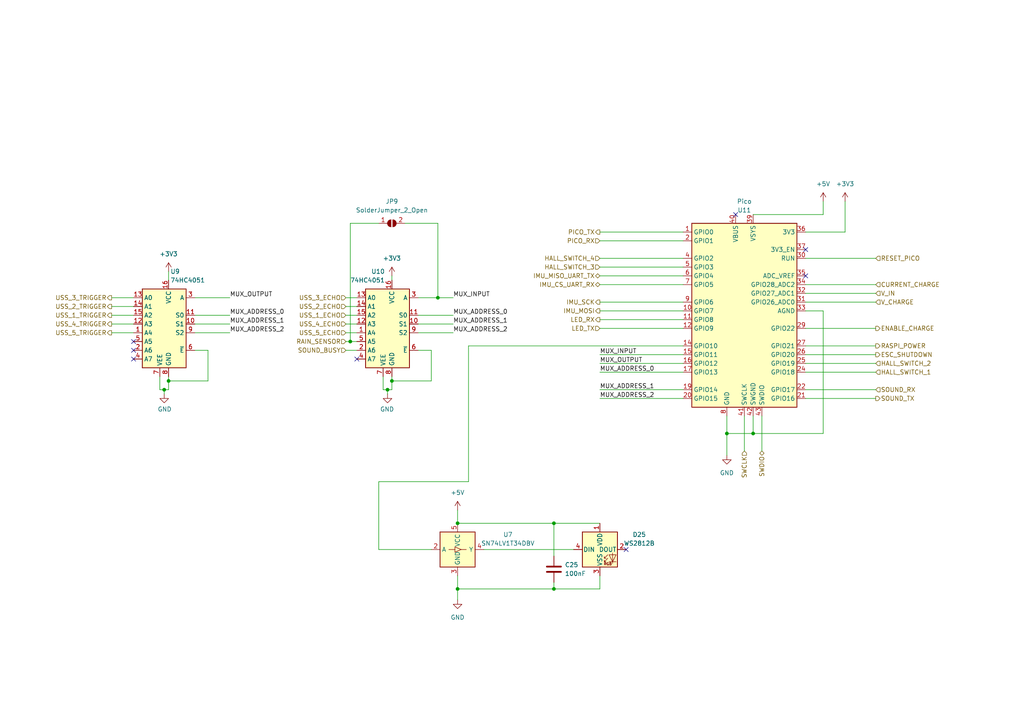
<source format=kicad_sch>
(kicad_sch (version 20211123) (generator eeschema)
  (paper "A4")
  (lib_symbols
    (symbol "74xx:74HC4051"
      (property "Reference" "U" (at -5.08 11.43 0))
      (property "Value" "74HC4051" (at -7.62 -13.97 0))
      (symbol "74HC4051_0_1"
        (rectangle (start -5.08 10.16) (end 7.62 -12.7) (stroke (width 0.254)) (fill (type background)))
      )
      (symbol "74HC4051_1_1"
        (pin passive line (at 10.16 -2.54 180) (length 2.54) (name "A4") (number "1"))
        (pin input line (at -7.62 0 0) (length 2.54) (name "S1") (number "10"))
        (pin input line (at -7.62 2.54 0) (length 2.54) (name "S0") (number "11"))
        (pin passive line (at 10.16 0 180) (length 2.54) (name "A3") (number "12"))
        (pin passive line (at 10.16 7.62 180) (length 2.54) (name "A0") (number "13"))
        (pin passive line (at 10.16 5.08 180) (length 2.54) (name "A1") (number "14"))
        (pin passive line (at 10.16 2.54 180) (length 2.54) (name "A2") (number "15"))
        (pin power_in line (at 0 12.7 270) (length 2.54) (name "VCC") (number "16"))
        (pin passive line (at 10.16 -7.62 180) (length 2.54) (name "A6") (number "2"))
        (pin passive line (at -7.62 7.62 0) (length 2.54) (name "A") (number "3"))
        (pin passive line (at 10.16 -10.16 180) (length 2.54) (name "A7") (number "4"))
        (pin passive line (at 10.16 -5.08 180) (length 2.54) (name "A5") (number "5"))
        (pin input line (at -7.62 -7.62 0) (length 2.54) (name "~{E}") (number "6"))
        (pin power_in line (at 2.54 -15.24 90) (length 2.54) (name "VEE") (number "7"))
        (pin power_in line (at 0 -15.24 90) (length 2.54) (name "GND") (number "8"))
        (pin input line (at -7.62 -2.54 0) (length 2.54) (name "S2") (number "9"))
      )
    )
    (symbol "Device:C" (pin_numbers hide) (pin_names (offset 0.254))
      (property "Reference" "C" (at 0.635 2.54 0))
      (property "Value" "C" (at 0.635 -2.54 0))
      (symbol "C_0_1"
        (polyline (pts (xy -2.032 -0.762) (xy 2.032 -0.762)) (stroke (width 0.508)))
        (polyline (pts (xy -2.032 0.762) (xy 2.032 0.762)) (stroke (width 0.508)))
      )
      (symbol "C_1_1"
        (pin passive line (at 0 3.81 270) (length 2.794) (name "~") (number "1"))
        (pin passive line (at 0 -3.81 90) (length 2.794) (name "~") (number "2"))
      )
    )
    (symbol "Jumper:SolderJumper_2_Open" (pin_names (offset 0) hide)
      (property "Reference" "JP" (at 0 2.032 0))
      (property "Value" "SolderJumper_2_Open" (at 0 -2.54 0))
      (symbol "SolderJumper_2_Open_0_1"
        (arc (start -0.254 1.016) (mid -1.27 0) (end -0.254 -1.016))
        (arc (start -0.254 1.016) (mid -1.27 0) (end -0.254 -1.016) (fill (type outline)))
        (polyline (pts (xy -0.254 1.016) (xy -0.254 -1.016)))
        (polyline (pts (xy 0.254 1.016) (xy 0.254 -1.016)))
        (arc (start 0.254 -1.016) (mid 1.27 0) (end 0.254 1.016))
        (arc (start 0.254 -1.016) (mid 1.27 0) (end 0.254 1.016) (fill (type outline)))
      )
      (symbol "SolderJumper_2_Open_1_1"
        (pin passive line (at -3.81 0 0) (length 2.54) (name "A") (number "1"))
        (pin passive line (at 3.81 0 180) (length 2.54) (name "B") (number "2"))
      )
    )
    (symbol "LED:WS2812B" (pin_names (offset 0.254))
      (property "Reference" "D" (at 5.08 5.715 0))
      (property "Value" "WS2812B" (at 1.27 -5.715 0))
      (symbol "WS2812B_0_0"
        (text "RGB" (at 2.286 -4.191 0) (effects (font (size 0.762 0.762))))
      )
      (symbol "WS2812B_0_1"
        (polyline (pts (xy 1.27 -3.556) (xy 1.778 -3.556)))
        (polyline (pts (xy 1.27 -2.54) (xy 1.778 -2.54)))
        (polyline (pts (xy 4.699 -3.556) (xy 2.667 -3.556)))
        (polyline (pts (xy 2.286 -2.54) (xy 1.27 -3.556) (xy 1.27 -3.048)))
        (polyline (pts (xy 2.286 -1.524) (xy 1.27 -2.54) (xy 1.27 -2.032)))
        (polyline (pts (xy 3.683 -1.016) (xy 3.683 -3.556) (xy 3.683 -4.064)))
        (polyline (pts (xy 4.699 -1.524) (xy 2.667 -1.524) (xy 3.683 -3.556) (xy 4.699 -1.524)))
        (rectangle (start 5.08 5.08) (end -5.08 -5.08) (stroke (width 0.254)) (fill (type background)))
      )
      (symbol "WS2812B_1_1"
        (pin power_in line (at 0 7.62 270) (length 2.54) (name "VDD") (number "1"))
        (pin output line (at 7.62 0 180) (length 2.54) (name "DOUT") (number "2"))
        (pin power_in line (at 0 -7.62 90) (length 2.54) (name "VSS") (number "3"))
        (pin input line (at -7.62 0 0) (length 2.54) (name "DIN") (number "4"))
      )
    )
    (symbol "Logic_LevelTranslator:SN74LV1T34DBV"
      (property "Reference" "U" (at 5.08 6.35 0))
      (property "Value" "SN74LV1T34DBV" (at 5.08 3.81 0))
      (symbol "SN74LV1T34DBV_0_1"
        (rectangle (start -5.08 5.08) (end 5.08 -5.08) (stroke (width 0.254)) (fill (type background)))
        (polyline (pts (xy -0.762 0) (xy -2.54 0)))
        (polyline (pts (xy 1.016 0) (xy 2.54 0)))
      )
      (symbol "SN74LV1T34DBV_1_1"
        (polyline (pts (xy -0.762 -0.762) (xy -0.762 0.762) (xy 1.016 0) (xy -0.762 -0.762)))
        (pin no_connect line (at -5.08 2.54 0) (length 2.54) hide (name "NC") (number "1"))
        (pin input line (at -7.62 0 0) (length 2.54) (name "A") (number "2"))
        (pin power_in line (at 0 -7.62 90) (length 2.54) (name "GND") (number "3"))
        (pin output line (at 7.62 0 180) (length 2.54) (name "Y") (number "4"))
        (pin power_in line (at 0 7.62 270) (length 2.54) (name "VCC") (number "5"))
      )
    )
    (symbol "PicoW:RaspberryPi-PicoW"
      (property "Reference" "U11" (at 0 31.75 0))
      (property "Value" "Pico" (at 0 34.29 0))
      (symbol "RaspberryPi-PicoW_0_1"
        (rectangle (start -15.24 27.94) (end 15.24 -25.4) (stroke (width 0.254)) (fill (type background)))
      )
      (symbol "RaspberryPi-PicoW_1_1"
        (pin bidirectional line (at -17.78 25.4 0) (length 2.54) (name "GPIO0") (number "1"))
        (pin bidirectional line (at -17.78 2.54 0) (length 2.54) (name "GPIO7") (number "10"))
        (pin bidirectional line (at -17.78 0 0) (length 2.54) (name "GPIO8") (number "11"))
        (pin bidirectional line (at -17.78 -2.54 0) (length 2.54) (name "GPIO9") (number "12"))
        (pin passive line (at -5.08 -27.94 90) (length 2.54) hide (name "GND") (number "13"))
        (pin bidirectional line (at -17.78 -7.62 0) (length 2.54) (name "GPIO10") (number "14"))
        (pin bidirectional line (at -17.78 -10.16 0) (length 2.54) (name "GPIO11") (number "15"))
        (pin bidirectional line (at -17.78 -12.7 0) (length 2.54) (name "GPIO12") (number "16"))
        (pin bidirectional line (at -17.78 -15.24 0) (length 2.54) (name "GPIO13") (number "17"))
        (pin passive line (at -5.08 -27.94 90) (length 2.54) hide (name "GND") (number "18"))
        (pin bidirectional line (at -17.78 -20.32 0) (length 2.54) (name "GPIO14") (number "19"))
        (pin bidirectional line (at -17.78 22.86 0) (length 2.54) (name "GPIO1") (number "2"))
        (pin bidirectional line (at -17.78 -22.86 0) (length 2.54) (name "GPIO15") (number "20"))
        (pin bidirectional line (at 17.78 -22.86 180) (length 2.54) (name "GPIO16") (number "21"))
        (pin bidirectional line (at 17.78 -20.32 180) (length 2.54) (name "GPIO17") (number "22"))
        (pin passive line (at -5.08 -27.94 90) (length 2.54) hide (name "GND") (number "23"))
        (pin bidirectional line (at 17.78 -15.24 180) (length 2.54) (name "GPIO18") (number "24"))
        (pin bidirectional line (at 17.78 -12.7 180) (length 2.54) (name "GPIO19") (number "25"))
        (pin bidirectional line (at 17.78 -10.16 180) (length 2.54) (name "GPIO20") (number "26"))
        (pin bidirectional line (at 17.78 -7.62 180) (length 2.54) (name "GPIO21") (number "27"))
        (pin passive line (at -5.08 -27.94 90) (length 2.54) hide (name "GND") (number "28"))
        (pin bidirectional line (at 17.78 -2.54 180) (length 2.54) (name "GPIO22") (number "29"))
        (pin passive line (at -5.08 -27.94 90) (length 2.54) hide (name "GND") (number "3"))
        (pin input line (at 17.78 17.78 180) (length 2.54) (name "RUN") (number "30"))
        (pin bidirectional line (at 17.78 5.08 180) (length 2.54) (name "GPIO26_ADC0") (number "31"))
        (pin bidirectional line (at 17.78 7.62 180) (length 2.54) (name "GPIO27_ADC1") (number "32"))
        (pin power_in line (at 17.78 2.54 180) (length 2.54) (name "AGND") (number "33"))
        (pin bidirectional line (at 17.78 10.16 180) (length 2.54) (name "GPIO28_ADC2") (number "34"))
        (pin power_in line (at 17.78 12.7 180) (length 2.54) (name "ADC_VREF") (number "35"))
        (pin power_out line (at 17.78 25.4 180) (length 2.54) (name "3V3") (number "36"))
        (pin input line (at 17.78 20.32 180) (length 2.54) (name "3V3_EN") (number "37"))
        (pin passive line (at -5.08 -27.94 90) (length 2.54) hide (name "GND") (number "38"))
        (pin power_in line (at 2.54 30.48 270) (length 2.54) (name "VSYS") (number "39"))
        (pin bidirectional line (at -17.78 17.78 0) (length 2.54) (name "GPIO2") (number "4"))
        (pin power_out line (at -2.54 30.48 270) (length 2.54) (name "VBUS") (number "40"))
        (pin input line (at 0 -27.94 90) (length 2.54) (name "SWCLK") (number "41"))
        (pin power_in line (at 2.54 -27.94 90) (length 2.54) (name "SWGND") (number "42"))
        (pin bidirectional line (at 5.08 -27.94 90) (length 2.54) (name "SWDIO") (number "43"))
        (pin bidirectional line (at -17.78 15.24 0) (length 2.54) (name "GPIO3") (number "5"))
        (pin bidirectional line (at -17.78 12.7 0) (length 2.54) (name "GPIO4") (number "6"))
        (pin bidirectional line (at -17.78 10.16 0) (length 2.54) (name "GPIO5") (number "7"))
        (pin power_in line (at -5.08 -27.94 90) (length 2.54) (name "GND") (number "8"))
        (pin bidirectional line (at -17.78 5.08 0) (length 2.54) (name "GPIO6") (number "9"))
      )
    )
    (symbol "power:+3.3V" (power) (pin_names (offset 0))
      (property "Value" "+3.3V" (at 0 3.556 0))
      (symbol "+3.3V_0_1"
        (polyline (pts (xy -0.762 1.27) (xy 0 2.54)))
        (polyline (pts (xy 0 0) (xy 0 2.54)))
        (polyline (pts (xy 0 2.54) (xy 0.762 1.27)))
      )
      (symbol "+3.3V_1_1"
        (pin power_in line (at 0 0 90) (length 0) hide (name "+3V3") (number "1"))
      )
    )
    (symbol "power:+5V" (power) (pin_names (offset 0))
      (property "Value" "+5V" (at 0 3.556 0))
      (symbol "+5V_0_1"
        (polyline (pts (xy -0.762 1.27) (xy 0 2.54)))
        (polyline (pts (xy 0 0) (xy 0 2.54)))
        (polyline (pts (xy 0 2.54) (xy 0.762 1.27)))
      )
      (symbol "+5V_1_1"
        (pin power_in line (at 0 0 90) (length 0) hide (name "+5V") (number "1"))
      )
    )
    (symbol "power:GND" (power) (pin_names (offset 0))
      (property "Value" "GND" (at 0 -3.81 0))
      (symbol "GND_0_1"
        (polyline (pts (xy 0 0) (xy 0 -1.27) (xy 1.27 -1.27) (xy 0 -2.54) (xy -1.27 -1.27) (xy 0 -1.27)))
      )
      (symbol "GND_1_1"
        (pin power_in line (at 0 0 270) (length 0) hide (name "GND") (number "1"))
      )
    )
  )
  (junction (at 160.655 170.815))
  (junction (at 101.6 99.06))
  (junction (at 112.395 113.03))
  (junction (at 127 86.36))
  (junction (at 113.665 110.49))
  (junction (at 48.895 110.49))
  (junction (at 218.44 125.73))
  (junction (at 47.625 113.03))
  (junction (at 132.715 151.765))
  (junction (at 160.655 151.765))
  (junction (at 210.82 125.73))
  (junction (at 132.715 170.815))
  (no_connect (at 213.36 62.23))
  (no_connect (at 181.61 159.385))
  (no_connect (at 38.735 99.06))
  (no_connect (at 38.735 104.14))
  (no_connect (at 38.735 101.6))
  (no_connect (at 103.505 104.14))
  (no_connect (at 233.68 80.01))
  (no_connect (at 233.68 72.39))
  (wire (pts (xy 173.99 87.63) (xy 198.12 87.63)))
  (wire (pts (xy 173.99 95.25) (xy 198.12 95.25)))
  (wire (pts (xy 233.68 113.03) (xy 254 113.03)))
  (wire (pts (xy 233.68 67.31) (xy 245.11 67.31)))
  (wire (pts (xy 127 86.36) (xy 131.445 86.36)))
  (wire (pts (xy 113.665 109.22) (xy 113.665 110.49)))
  (wire (pts (xy 233.68 82.55) (xy 254 82.55)))
  (wire (pts (xy 173.99 115.57) (xy 198.12 115.57)))
  (wire (pts (xy 56.515 86.36) (xy 66.675 86.36)))
  (wire (pts (xy 109.855 159.385) (xy 125.095 159.385)))
  (wire (pts (xy 233.68 102.87) (xy 254 102.87)))
  (wire (pts (xy 245.11 58.42) (xy 245.11 67.31)))
  (wire (pts (xy 100.33 86.36) (xy 103.505 86.36)))
  (wire (pts (xy 47.625 113.03) (xy 48.895 113.03)))
  (wire (pts (xy 56.515 101.6) (xy 60.325 101.6)))
  (wire (pts (xy 140.335 159.385) (xy 166.37 159.385)))
  (wire (pts (xy 173.99 151.765) (xy 160.655 151.765)))
  (wire (pts (xy 48.895 110.49) (xy 48.895 109.22)))
  (wire (pts (xy 233.68 85.09) (xy 254 85.09)))
  (wire (pts (xy 32.385 96.52) (xy 38.735 96.52)))
  (wire (pts (xy 109.855 139.7) (xy 109.855 159.385)))
  (wire (pts (xy 160.655 170.815) (xy 173.99 170.815)))
  (wire (pts (xy 47.625 113.03) (xy 47.625 114.3)))
  (wire (pts (xy 132.715 167.005) (xy 132.715 170.815)))
  (wire (pts (xy 160.655 151.765) (xy 160.655 161.29)))
  (wire (pts (xy 173.99 105.41) (xy 198.12 105.41)))
  (wire (pts (xy 215.9 120.65) (xy 215.9 130.81)))
  (wire (pts (xy 160.655 151.765) (xy 132.715 151.765)))
  (wire (pts (xy 100.33 96.52) (xy 103.505 96.52)))
  (wire (pts (xy 233.68 90.17) (xy 238.76 90.17)))
  (wire (pts (xy 60.325 101.6) (xy 60.325 110.49)))
  (wire (pts (xy 101.6 99.06) (xy 100.33 99.06)))
  (wire (pts (xy 32.385 93.98) (xy 38.735 93.98)))
  (wire (pts (xy 127 64.77) (xy 127 86.36)))
  (wire (pts (xy 113.665 110.49) (xy 113.665 113.03)))
  (wire (pts (xy 100.33 93.98) (xy 103.505 93.98)))
  (wire (pts (xy 173.99 113.03) (xy 198.12 113.03)))
  (wire (pts (xy 233.68 74.93) (xy 254 74.93)))
  (wire (pts (xy 32.385 88.9) (xy 38.735 88.9)))
  (wire (pts (xy 233.68 105.41) (xy 254 105.41)))
  (wire (pts (xy 100.33 101.6) (xy 103.505 101.6)))
  (wire (pts (xy 48.895 78.74) (xy 48.895 81.28)))
  (wire (pts (xy 100.33 88.9) (xy 103.505 88.9)))
  (wire (pts (xy 173.99 69.85) (xy 198.12 69.85)))
  (wire (pts (xy 135.89 100.33) (xy 135.89 139.7)))
  (wire (pts (xy 198.12 82.55) (xy 173.99 82.55)))
  (wire (pts (xy 233.68 115.57) (xy 254 115.57)))
  (wire (pts (xy 32.385 91.44) (xy 38.735 91.44)))
  (wire (pts (xy 113.665 80.01) (xy 113.665 81.28)))
  (wire (pts (xy 210.82 125.73) (xy 210.82 132.08)))
  (wire (pts (xy 109.855 64.77) (xy 101.6 64.77)))
  (wire (pts (xy 56.515 93.98) (xy 66.675 93.98)))
  (wire (pts (xy 46.355 113.03) (xy 47.625 113.03)))
  (wire (pts (xy 117.475 64.77) (xy 127 64.77)))
  (wire (pts (xy 112.395 113.03) (xy 112.395 114.3)))
  (wire (pts (xy 173.99 77.47) (xy 198.12 77.47)))
  (wire (pts (xy 111.125 113.03) (xy 111.125 109.22)))
  (wire (pts (xy 60.325 110.49) (xy 48.895 110.49)))
  (wire (pts (xy 238.76 58.42) (xy 238.76 62.23)))
  (wire (pts (xy 121.285 93.98) (xy 131.445 93.98)))
  (wire (pts (xy 125.095 110.49) (xy 113.665 110.49)))
  (wire (pts (xy 173.99 67.31) (xy 198.12 67.31)))
  (wire (pts (xy 46.355 109.22) (xy 46.355 113.03)))
  (wire (pts (xy 233.68 87.63) (xy 254 87.63)))
  (wire (pts (xy 233.68 107.95) (xy 254 107.95)))
  (wire (pts (xy 56.515 96.52) (xy 66.675 96.52)))
  (wire (pts (xy 48.895 113.03) (xy 48.895 110.49)))
  (wire (pts (xy 113.665 113.03) (xy 112.395 113.03)))
  (wire (pts (xy 220.98 120.65) (xy 220.98 130.81)))
  (wire (pts (xy 121.285 91.44) (xy 131.445 91.44)))
  (wire (pts (xy 173.99 167.005) (xy 173.99 170.815)))
  (wire (pts (xy 173.99 92.71) (xy 198.12 92.71)))
  (wire (pts (xy 238.76 62.23) (xy 218.44 62.23)))
  (wire (pts (xy 101.6 64.77) (xy 101.6 99.06)))
  (wire (pts (xy 173.99 102.87) (xy 198.12 102.87)))
  (wire (pts (xy 198.12 80.01) (xy 173.99 80.01)))
  (wire (pts (xy 132.715 147.955) (xy 132.715 151.765)))
  (wire (pts (xy 254 100.33) (xy 233.68 100.33)))
  (wire (pts (xy 238.76 125.73) (xy 218.44 125.73)))
  (wire (pts (xy 135.89 139.7) (xy 109.855 139.7)))
  (wire (pts (xy 32.385 86.36) (xy 38.735 86.36)))
  (wire (pts (xy 121.285 101.6) (xy 125.095 101.6)))
  (wire (pts (xy 125.095 101.6) (xy 125.095 110.49)))
  (wire (pts (xy 198.12 100.33) (xy 135.89 100.33)))
  (wire (pts (xy 173.99 74.93) (xy 198.12 74.93)))
  (wire (pts (xy 103.505 99.06) (xy 101.6 99.06)))
  (wire (pts (xy 254 95.25) (xy 233.68 95.25)))
  (wire (pts (xy 160.655 168.91) (xy 160.655 170.815)))
  (wire (pts (xy 132.715 170.815) (xy 160.655 170.815)))
  (wire (pts (xy 112.395 113.03) (xy 111.125 113.03)))
  (wire (pts (xy 173.99 90.17) (xy 198.12 90.17)))
  (wire (pts (xy 121.285 86.36) (xy 127 86.36)))
  (wire (pts (xy 132.715 170.815) (xy 132.715 173.99)))
  (wire (pts (xy 56.515 91.44) (xy 66.675 91.44)))
  (wire (pts (xy 210.82 120.65) (xy 210.82 125.73)))
  (wire (pts (xy 238.76 90.17) (xy 238.76 125.73)))
  (wire (pts (xy 210.82 125.73) (xy 218.44 125.73)))
  (wire (pts (xy 218.44 125.73) (xy 218.44 120.65)))
  (wire (pts (xy 100.33 91.44) (xy 103.505 91.44)))
  (wire (pts (xy 121.285 96.52) (xy 131.445 96.52)))
  (wire (pts (xy 173.99 107.95) (xy 198.12 107.95)))
  (label "MUX_ADDRESS_0" (at 173.99 107.95 0))
  (label "MUX_OUTPUT" (at 66.675 86.36 0))
  (label "MUX_ADDRESS_2" (at 131.445 96.52 0))
  (label "MUX_ADDRESS_0" (at 131.445 91.44 0))
  (label "MUX_ADDRESS_0" (at 66.675 91.44 0))
  (label "MUX_ADDRESS_2" (at 66.675 96.52 0))
  (label "MUX_INPUT" (at 131.445 86.36 0))
  (label "MUX_OUTPUT" (at 173.99 105.41 0))
  (label "MUX_ADDRESS_2" (at 173.99 115.57 0))
  (label "MUX_INPUT" (at 173.99 102.87 0))
  (label "MUX_ADDRESS_1" (at 173.99 113.03 0))
  (label "MUX_ADDRESS_1" (at 66.675 93.98 0))
  (label "MUX_ADDRESS_1" (at 131.445 93.98 0))
  (hierarchical_label "USS_4_TRIGGER" (shape output) (at 32.385 93.98 180))
  (hierarchical_label "V_CHARGE" (shape input) (at 254 87.63 0))
  (hierarchical_label "IMU_SCK" (shape output) (at 173.99 87.63 180))
  (hierarchical_label "RAIN_SENSOR" (shape input) (at 100.33 99.06 180))
  (hierarchical_label "USS_3_TRIGGER" (shape output) (at 32.385 86.36 180))
  (hierarchical_label "USS_2_TRIGGER" (shape output) (at 32.385 88.9 180))
  (hierarchical_label "PICO_TX" (shape output) (at 173.99 67.31 180))
  (hierarchical_label "CURRENT_CHARGE" (shape input) (at 254 82.55 0))
  (hierarchical_label "USS_1_ECHO" (shape input) (at 100.33 91.44 180))
  (hierarchical_label "LED_TX" (shape input) (at 173.99 95.25 180))
  (hierarchical_label "RESET_PICO" (shape input) (at 254 74.93 0))
  (hierarchical_label "RASPI_POWER" (shape output) (at 254 100.33 0))
  (hierarchical_label "SWDIO" (shape bidirectional) (at 220.98 130.81 270))
  (hierarchical_label "HALL_SWITCH_4" (shape input) (at 173.99 74.93 180))
  (hierarchical_label "USS_5_ECHO" (shape input) (at 100.33 96.52 180))
  (hierarchical_label "SOUND_TX" (shape output) (at 254 115.57 0))
  (hierarchical_label "IMU_MOSI" (shape output) (at 173.99 90.17 180))
  (hierarchical_label "IMU_MISO_UART_TX" (shape bidirectional) (at 173.99 80.01 180))
  (hierarchical_label "LED_RX" (shape output) (at 173.99 92.71 180))
  (hierarchical_label "IMU_CS_UART_RX" (shape bidirectional) (at 173.99 82.55 180))
  (hierarchical_label "HALL_SWITCH_1" (shape input) (at 254 107.95 0))
  (hierarchical_label "USS_4_ECHO" (shape input) (at 100.33 93.98 180))
  (hierarchical_label "ESC_SHUTDOWN" (shape output) (at 254 102.87 0))
  (hierarchical_label "SOUND_RX" (shape input) (at 254 113.03 0))
  (hierarchical_label "PICO_RX" (shape input) (at 173.99 69.85 180))
  (hierarchical_label "USS_2_ECHO" (shape input) (at 100.33 88.9 180))
  (hierarchical_label "V_IN" (shape input) (at 254 85.09 0))
  (hierarchical_label "HALL_SWITCH_2" (shape input) (at 254 105.41 0))
  (hierarchical_label "HALL_SWITCH_3" (shape input) (at 173.99 77.47 180))
  (hierarchical_label "USS_1_TRIGGER" (shape output) (at 32.385 91.44 180))
  (hierarchical_label "USS_3_ECHO" (shape input) (at 100.33 86.36 180))
  (hierarchical_label "SWCLK" (shape input) (at 215.9 130.81 270))
  (hierarchical_label "SOUND_BUSY" (shape input) (at 100.33 101.6 180))
  (hierarchical_label "ENABLE_CHARGE" (shape output) (at 254 95.25 0))
  (hierarchical_label "USS_5_TRIGGER" (shape output) (at 32.385 96.52 180))
  (symbol (lib_id "74xx:74HC4051") (at 48.895 93.98 0) (mirror y) (unit 1)
    (property "Reference" "U9" (at 49.4156 78.74 0) (effects (justify right)))
    (property "Value" "74HC4051" (at 49.4156 81.28 0) (effects (justify right)))
    (property "Footprint" "Package_SO:SSOP-16_4.4x5.2mm_P0.65mm" (effects hide))
    (property "Datasheet" "http://www.ti.com/lit/ds/symlink/cd74hc4051.pdf" (effects hide))
    (property "Digikey" "1727-3064-1-ND" (effects hide))
    (property "Part Number" "74HC4051PW,118" (effects hide))
    (property "Stock_PN" "U-74HC4051" (effects hide))
    (property "LCSC" "C5645" (effects hide))
  )
  (symbol (lib_id "Logic_LevelTranslator:SN74LV1T34DBV") (at 132.715 159.385 0) (unit 1)
    (property "Reference" "U7" (at 147.32 155.0543 0))
    (property "Value" "SN74LV1T34DBV" (at 147.32 157.5943 0))
    (property "Footprint" "Package_TO_SOT_SMD:SOT-23-5" (effects hide))
    (property "Datasheet" "https://www.ti.com/lit/ds/symlink/sn74lv1t34.pdf" (effects hide))
    (property "Digikey" "296-SN74LV1T34DBVRG4CT-ND" (effects hide))
    (property "Part Number" "SN74LV1T34DBVRG4" (effects hide))
    (property "Stock_PN" "U-SN74LV1T34" (effects hide))
    (property "LCSC" "C1848228" (effects hide))
  )
  (symbol (lib_id "power:GND") (at 112.395 114.3 0) (mirror y) (unit 1)
    (property "Reference" "#PWR0138" (effects hide))
    (property "Value" "GND" (at 112.268 118.6942 0))
  )
  (symbol (lib_id "power:+5V") (at 238.76 58.42 0) (unit 1)
    (property "Reference" "#PWR0145" (effects hide))
    (property "Value" "+5V" (at 238.76 53.34 0))
  )
  (symbol (lib_id "Device:C") (at 160.655 165.1 0) (unit 1)
    (property "Reference" "C25" (at 163.83 163.8299 0) (effects (justify left)))
    (property "Value" "100nF" (at 163.83 166.3699 0) (effects (justify left)))
    (property "Footprint" "Capacitor_SMD:C_0805_2012Metric_Pad1.18x1.45mm_HandSolder" (effects hide))
    (property "Digikey" "490-4789-1-ND" (effects hide))
    (property "Part Number" "GCM21BR72A104KA37L" (effects hide))
    (property "Stock_PN" "C-805-.1uF-100V-X7R" (effects hide))
    (property "LCSC" "C85866" (effects hide))
  )
  (symbol (lib_id "LED:WS2812B") (at 173.99 159.385 0) (unit 1)
    (property "Reference" "D25" (at 185.42 155.0543 0))
    (property "Value" "WS2812B" (at 185.42 157.5943 0))
    (property "Footprint" "LED_SMD:LED_WS2812B_PLCC4_5.0x5.0mm_P3.2mm" (effects hide))
    (property "Datasheet" "https://cdn-shop.adafruit.com/datasheets/WS2812B.pdf" (effects hide))
    (property "Digikey" "1568-COM-16347CT-ND" (effects hide))
    (property "Part Number" "COM-16347" (effects hide))
    (property "Stock_PN" "LED-WS2812B" (effects hide))
    (property "LCSC" "C114586" (effects hide))
  )
  (symbol (lib_id "Jumper:SolderJumper_2_Open") (at 113.665 64.77 0) (unit 1)
    (property "Reference" "JP9" (at 113.665 58.42 0))
    (property "Value" "SolderJumper_2_Open" (at 113.665 60.96 0))
    (property "Footprint" "Jumper:SolderJumper-2_P1.3mm_Open_RoundedPad1.0x1.5mm" (effects hide))
  )
  (symbol (lib_id "power:+3.3V") (at 113.665 80.01 0) (unit 1)
    (property "Reference" "#PWR0137" (effects hide))
    (property "Value" "+3.3V" (at 113.665 74.93 0))
  )
  (symbol (lib_id "power:+5V") (at 132.715 147.955 0) (unit 1)
    (property "Reference" "#PWR0181" (effects hide))
    (property "Value" "+5V" (at 132.715 142.875 0))
  )
  (symbol (lib_id "74xx:74HC4051") (at 113.665 93.98 0) (mirror y) (unit 1)
    (property "Reference" "U10" (at 111.6456 78.74 0) (effects (justify left)))
    (property "Value" "74HC4051" (at 111.6456 81.28 0) (effects (justify left)))
    (property "Footprint" "Package_SO:SSOP-16_4.4x5.2mm_P0.65mm" (effects hide))
    (property "Datasheet" "http://www.ti.com/lit/ds/symlink/cd74hc4051.pdf" (effects hide))
    (property "Digikey" "1727-3064-1-ND" (effects hide))
    (property "Part Number" "74HC4051PW,118" (effects hide))
    (property "Stock_PN" "U-74HC4051" (effects hide))
    (property "LCSC" "C5645" (effects hide))
  )
  (symbol (lib_id "PicoW:RaspberryPi-PicoW") (at 215.9 92.71 0) (unit 1)
    (property "Reference" "U11" (at 215.9 60.96 0))
    (property "Value" "Pico" (at 215.9 58.42 0))
    (property "Footprint" "PicoW:Raspberry_Pi_Pico_SMT_THT" (effects hide))
    (property "Datasheet" "https://datasheets.raspberrypi.com/picow/pico-w-datasheet.pdf" (effects hide))
    (property "Digikey" "2648-SC0915CT-ND" (effects hide))
    (property "Part Number" "SC0915" (effects hide))
    (property "Stock_PN" "U-RP2040-PCB" (effects hide))
  )
  (symbol (lib_id "power:GND") (at 47.625 114.3 0) (unit 1)
    (property "Reference" "#PWR0113" (effects hide))
    (property "Value" "GND" (at 47.752 118.6942 0))
  )
  (symbol (lib_id "power:+3.3V") (at 48.895 78.74 0) (unit 1)
    (property "Reference" "#PWR0115" (effects hide))
    (property "Value" "+3.3V" (at 48.895 73.66 0))
  )
  (symbol (lib_id "power:GND") (at 210.82 132.08 0) (unit 1)
    (property "Reference" "#PWR0142" (effects hide))
    (property "Value" "GND" (at 210.82 137.16 0))
  )
  (symbol (lib_id "power:+3.3V") (at 245.11 58.42 0) (unit 1)
    (property "Reference" "#PWR0144" (effects hide))
    (property "Value" "+3.3V" (at 245.11 53.34 0))
  )
  (symbol (lib_id "power:GND") (at 132.715 173.99 0) (unit 1)
    (property "Reference" "#PWR0182" (effects hide))
    (property "Value" "GND" (at 132.715 179.07 0))
  )
)
</source>
